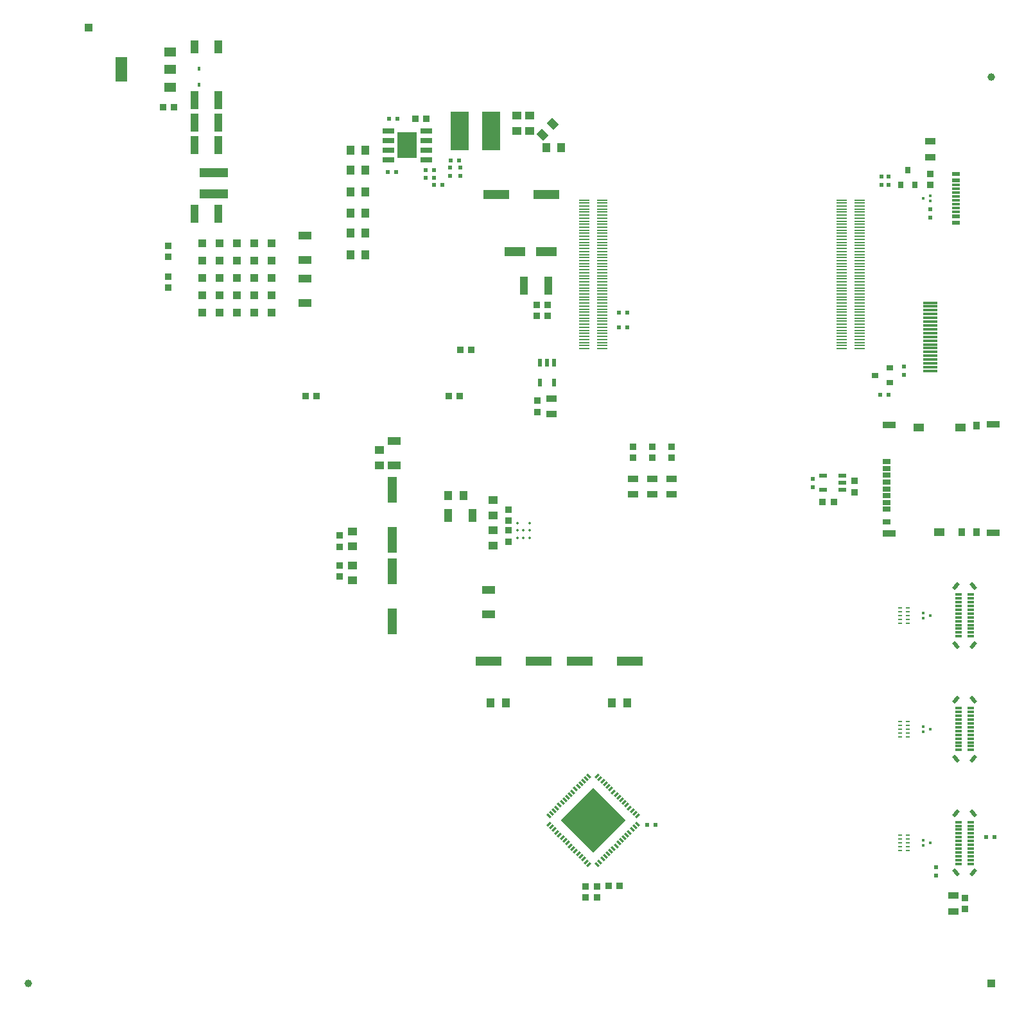
<source format=gbr>
%TF.GenerationSoftware,Altium Limited,Altium Designer,22.1.2 (22)*%
G04 Layer_Color=8421504*
%FSLAX26Y26*%
%MOIN*%
%TF.SameCoordinates,4DF63D30-2817-4CE9-9CB3-8786E99D956B*%
%TF.FilePolarity,Positive*%
%TF.FileFunction,Paste,Top*%
%TF.Part,Single*%
G01*
G75*
%TA.AperFunction,SMDPad,CuDef*%
%ADD10P,0.334066X4X270.0*%
%TA.AperFunction,ConnectorPad*%
%ADD11R,0.043307X0.011811*%
%ADD12R,0.043307X0.023622*%
%TA.AperFunction,SMDPad,CuDef*%
G04:AMPARAMS|DCode=13|XSize=19.685mil|YSize=40.551mil|CornerRadius=0mil|HoleSize=0mil|Usage=FLASHONLY|Rotation=140.000|XOffset=0mil|YOffset=0mil|HoleType=Round|Shape=Rectangle|*
%AMROTATEDRECTD13*
4,1,4,0.020573,0.009205,-0.005493,-0.021859,-0.020573,-0.009205,0.005493,0.021859,0.020573,0.009205,0.0*
%
%ADD13ROTATEDRECTD13*%

G04:AMPARAMS|DCode=14|XSize=19.685mil|YSize=40.551mil|CornerRadius=0mil|HoleSize=0mil|Usage=FLASHONLY|Rotation=40.000|XOffset=0mil|YOffset=0mil|HoleType=Round|Shape=Rectangle|*
%AMROTATEDRECTD14*
4,1,4,0.005493,-0.021859,-0.020573,0.009205,-0.005493,0.021859,0.020573,-0.009205,0.005493,-0.021859,0.0*
%
%ADD14ROTATEDRECTD14*%

%ADD15R,0.033465X0.011811*%
%TA.AperFunction,BGAPad,CuDef*%
%ADD16C,0.013780*%
%TA.AperFunction,SMDPad,CuDef*%
%ADD17R,0.092520X0.200787*%
%ADD18R,0.011811X0.011811*%
%ADD19R,0.043307X0.023622*%
%ADD20R,0.031496X0.035433*%
%ADD21R,0.062992X0.047244*%
%ADD22R,0.062992X0.129921*%
%ADD23R,0.018701X0.007874*%
%ADD24R,0.017716X0.023228*%
%ADD25R,0.102362X0.137795*%
%ADD26R,0.059055X0.031496*%
%TA.AperFunction,BGAPad,CuDef*%
%ADD27R,0.041732X0.041732*%
%TA.AperFunction,SMDPad,CuDef*%
%ADD28R,0.033465X0.035433*%
%ADD29R,0.023622X0.023622*%
G04:AMPARAMS|DCode=30|XSize=11.024mil|YSize=27.165mil|CornerRadius=0mil|HoleSize=0mil|Usage=FLASHONLY|Rotation=45.000|XOffset=0mil|YOffset=0mil|HoleType=Round|Shape=Rectangle|*
%AMROTATEDRECTD30*
4,1,4,0.005707,-0.013502,-0.013502,0.005707,-0.005707,0.013502,0.013502,-0.005707,0.005707,-0.013502,0.0*
%
%ADD30ROTATEDRECTD30*%

G04:AMPARAMS|DCode=31|XSize=11.024mil|YSize=27.165mil|CornerRadius=0mil|HoleSize=0mil|Usage=FLASHONLY|Rotation=315.000|XOffset=0mil|YOffset=0mil|HoleType=Round|Shape=Rectangle|*
%AMROTATEDRECTD31*
4,1,4,-0.013502,-0.005707,0.005707,0.013502,0.013502,0.005707,-0.005707,-0.013502,-0.013502,-0.005707,0.0*
%
%ADD31ROTATEDRECTD31*%

%ADD32R,0.145669X0.047244*%
%ADD33R,0.055118X0.035433*%
%ADD34R,0.074803X0.011811*%
%ADD35R,0.070866X0.039370*%
%ADD36R,0.133858X0.047244*%
%ADD37R,0.110236X0.047244*%
%ADD38R,0.056299X0.007874*%
%ADD39R,0.039370X0.049213*%
%ADD40R,0.035433X0.033465*%
%ADD41R,0.023622X0.023622*%
%ADD42R,0.055118X0.044488*%
%ADD43R,0.033465X0.039370*%
%ADD44R,0.066929X0.035433*%
%ADD45R,0.039370X0.025591*%
%ADD46R,0.047244X0.133858*%
%ADD47R,0.049213X0.039370*%
%ADD48R,0.043307X0.094488*%
%ADD49R,0.035433X0.031496*%
%ADD50R,0.023622X0.043307*%
%ADD51R,0.039370X0.070866*%
G04:AMPARAMS|DCode=52|XSize=39.37mil|YSize=49.213mil|CornerRadius=0mil|HoleSize=0mil|Usage=FLASHONLY|Rotation=45.000|XOffset=0mil|YOffset=0mil|HoleType=Round|Shape=Rectangle|*
%AMROTATEDRECTD52*
4,1,4,0.003480,-0.031319,-0.031319,0.003480,-0.003480,0.031319,0.031319,-0.003480,0.003480,-0.031319,0.0*
%
%ADD52ROTATEDRECTD52*%

%TA.AperFunction,FiducialPad,Global*%
%ADD53C,0.039370*%
%ADD54R,0.039370X0.039370*%
D10*
X3976378Y1889764D02*
D03*
D11*
X5860236Y5187008D02*
D03*
Y5167323D02*
D03*
Y5147638D02*
D03*
Y5127953D02*
D03*
Y5108268D02*
D03*
Y5088583D02*
D03*
Y5068898D02*
D03*
Y5049213D02*
D03*
D12*
Y4992126D02*
D03*
Y5023622D02*
D03*
Y5244095D02*
D03*
Y5212598D02*
D03*
D13*
X5950197Y2800000D02*
D03*
X5860827Y3105512D02*
D03*
X5950197Y1618898D02*
D03*
X5860827Y1924409D02*
D03*
X5950197Y2209449D02*
D03*
X5860827Y2514961D02*
D03*
D14*
Y2800000D02*
D03*
X5950197Y3105512D02*
D03*
X5860827Y1618898D02*
D03*
X5950197Y1924409D02*
D03*
X5860827Y2209449D02*
D03*
X5950197Y2514961D02*
D03*
D15*
X5938189Y2844488D02*
D03*
Y2864173D02*
D03*
Y2883858D02*
D03*
Y2903543D02*
D03*
Y2923228D02*
D03*
Y2942913D02*
D03*
Y2962598D02*
D03*
Y2982284D02*
D03*
Y3001968D02*
D03*
Y3021653D02*
D03*
Y3041339D02*
D03*
Y3061024D02*
D03*
X5872835D02*
D03*
Y3041339D02*
D03*
Y3021653D02*
D03*
Y3001968D02*
D03*
Y2982284D02*
D03*
Y2962598D02*
D03*
Y2942913D02*
D03*
Y2923228D02*
D03*
Y2903543D02*
D03*
Y2883858D02*
D03*
Y2864173D02*
D03*
Y2844488D02*
D03*
X5938189Y1663386D02*
D03*
Y1683071D02*
D03*
Y1702756D02*
D03*
Y1722441D02*
D03*
Y1742126D02*
D03*
Y1761811D02*
D03*
Y1781496D02*
D03*
Y1801181D02*
D03*
Y1820866D02*
D03*
Y1840551D02*
D03*
Y1860236D02*
D03*
Y1879921D02*
D03*
X5872835D02*
D03*
Y1860236D02*
D03*
Y1840551D02*
D03*
Y1820866D02*
D03*
Y1801181D02*
D03*
Y1781496D02*
D03*
Y1761811D02*
D03*
Y1742126D02*
D03*
Y1722441D02*
D03*
Y1702756D02*
D03*
Y1683071D02*
D03*
Y1663386D02*
D03*
X5938189Y2253937D02*
D03*
Y2273622D02*
D03*
Y2293307D02*
D03*
Y2312992D02*
D03*
Y2332677D02*
D03*
Y2352362D02*
D03*
Y2372047D02*
D03*
Y2391732D02*
D03*
Y2411417D02*
D03*
Y2431102D02*
D03*
Y2450787D02*
D03*
Y2470472D02*
D03*
X5872835D02*
D03*
Y2450787D02*
D03*
Y2431102D02*
D03*
Y2411417D02*
D03*
Y2391732D02*
D03*
Y2372047D02*
D03*
Y2352362D02*
D03*
Y2332677D02*
D03*
Y2312992D02*
D03*
Y2293307D02*
D03*
Y2273622D02*
D03*
Y2253937D02*
D03*
D16*
X3645669Y3433071D02*
D03*
Y3393701D02*
D03*
Y3354331D02*
D03*
X3582677Y3433071D02*
D03*
Y3393701D02*
D03*
Y3354331D02*
D03*
X3614173D02*
D03*
Y3393701D02*
D03*
D17*
X3447835Y5468504D02*
D03*
X3284449D02*
D03*
D18*
X5691929Y5118110D02*
D03*
X5725394Y5131890D02*
D03*
Y5104331D02*
D03*
Y1771653D02*
D03*
X5691929Y1757874D02*
D03*
Y1785433D02*
D03*
X5725394Y2362205D02*
D03*
X5691929Y2348425D02*
D03*
Y2375984D02*
D03*
X5725394Y2952756D02*
D03*
X5691929Y2938976D02*
D03*
Y2966535D02*
D03*
D19*
X5271654Y3604331D02*
D03*
X5169291Y3679134D02*
D03*
Y3604331D02*
D03*
X5271654Y3641732D02*
D03*
Y3679134D02*
D03*
D20*
X5610236Y5265748D02*
D03*
X5647638Y5187008D02*
D03*
X5572835D02*
D03*
D21*
X1779528Y5696850D02*
D03*
Y5787402D02*
D03*
Y5877953D02*
D03*
D22*
X1527559Y5787402D02*
D03*
D23*
X5571850Y2913386D02*
D03*
Y2933071D02*
D03*
Y2952756D02*
D03*
Y2972441D02*
D03*
Y2992126D02*
D03*
X5609252D02*
D03*
Y2972441D02*
D03*
Y2952756D02*
D03*
Y2933071D02*
D03*
Y2913386D02*
D03*
X5571850Y1732283D02*
D03*
Y1751968D02*
D03*
Y1771653D02*
D03*
Y1791339D02*
D03*
Y1811024D02*
D03*
X5609252D02*
D03*
Y1791339D02*
D03*
Y1771653D02*
D03*
Y1751968D02*
D03*
Y1732283D02*
D03*
X5571850Y2322835D02*
D03*
Y2342520D02*
D03*
Y2362205D02*
D03*
Y2381890D02*
D03*
Y2401575D02*
D03*
X5609252D02*
D03*
Y2381890D02*
D03*
Y2362205D02*
D03*
Y2342520D02*
D03*
Y2322835D02*
D03*
D24*
X1929134Y5793307D02*
D03*
Y5708661D02*
D03*
D25*
X3011811Y5393701D02*
D03*
D26*
X2913386Y5468701D02*
D03*
Y5418701D02*
D03*
Y5318701D02*
D03*
Y5368701D02*
D03*
X3110236D02*
D03*
Y5318701D02*
D03*
Y5418701D02*
D03*
Y5468701D02*
D03*
D27*
X2216142Y4885039D02*
D03*
X2306299D02*
D03*
X1945669D02*
D03*
X2035827D02*
D03*
X2125984D02*
D03*
X2216142Y4794882D02*
D03*
X2306299D02*
D03*
X1945669D02*
D03*
X2035827D02*
D03*
X2125984D02*
D03*
X2216142Y4704724D02*
D03*
X2306299D02*
D03*
X1945669D02*
D03*
X2035827D02*
D03*
X2125984D02*
D03*
Y4614567D02*
D03*
X2035827D02*
D03*
X1945669D02*
D03*
X2306299D02*
D03*
X2216142D02*
D03*
X2125984Y4524409D02*
D03*
X2035827D02*
D03*
X1945669D02*
D03*
X2306299D02*
D03*
X2216142D02*
D03*
D28*
X4115158Y1547244D02*
D03*
X4058071D02*
D03*
X3739173Y4566929D02*
D03*
X3682087D02*
D03*
X3739173Y4507874D02*
D03*
X3682087D02*
D03*
X3343504Y4330709D02*
D03*
X3286417D02*
D03*
X2483268Y4090551D02*
D03*
X2540354D02*
D03*
X3227362D02*
D03*
X3284449D02*
D03*
X1800197Y5590551D02*
D03*
X1743110D02*
D03*
X5168307Y3543307D02*
D03*
X5225394D02*
D03*
X3111220Y5531496D02*
D03*
X3054134D02*
D03*
D29*
X4257874Y1866142D02*
D03*
X4301181D02*
D03*
X5511024Y4100000D02*
D03*
X5467717D02*
D03*
X4110827Y4525000D02*
D03*
X4154134D02*
D03*
X4110827Y4450000D02*
D03*
X4154134D02*
D03*
X2958661Y5531496D02*
D03*
X2915354D02*
D03*
X6061024Y1803150D02*
D03*
X6017717D02*
D03*
X3194882Y5188976D02*
D03*
X3151575D02*
D03*
X2911417Y5255905D02*
D03*
X2954724D02*
D03*
X3151575Y5263779D02*
D03*
X3108268D02*
D03*
X3238189Y5314961D02*
D03*
X3281496D02*
D03*
X3108268Y5224409D02*
D03*
X3151575D02*
D03*
D30*
X4206744Y1868189D02*
D03*
X4192825Y1854269D02*
D03*
X4178906Y1840350D02*
D03*
X4164986Y1826430D02*
D03*
X4151067Y1812511D02*
D03*
X4137147Y1798592D02*
D03*
X4123228Y1784672D02*
D03*
X4109309Y1770753D02*
D03*
X3997953Y1659397D02*
D03*
X4011872Y1673317D02*
D03*
X4025792Y1687236D02*
D03*
X4039711Y1701156D02*
D03*
X4053631Y1715075D02*
D03*
X4067550Y1728994D02*
D03*
X4081470Y1742914D02*
D03*
X4095389Y1756833D02*
D03*
X3746012Y1911339D02*
D03*
X3759931Y1925258D02*
D03*
X3773850Y1939178D02*
D03*
X3787770Y1953097D02*
D03*
X3801689Y1967017D02*
D03*
X3815609Y1980936D02*
D03*
X3829528Y1994855D02*
D03*
X3843448Y2008775D02*
D03*
X3954803Y2120130D02*
D03*
X3940883Y2106211D02*
D03*
X3926964Y2092291D02*
D03*
X3913045Y2078372D02*
D03*
X3899125Y2064453D02*
D03*
X3885206Y2050533D02*
D03*
X3871286Y2036614D02*
D03*
X3857367Y2022694D02*
D03*
D31*
X3954803Y1659397D02*
D03*
X3940883Y1673317D02*
D03*
X3926964Y1687236D02*
D03*
X3913045Y1701156D02*
D03*
X3899125Y1715075D02*
D03*
X3885206Y1728994D02*
D03*
X3871286Y1742914D02*
D03*
X3857367Y1756833D02*
D03*
X3746012Y1868189D02*
D03*
X3759931Y1854269D02*
D03*
X3773850Y1840350D02*
D03*
X3787770Y1826430D02*
D03*
X3801689Y1812511D02*
D03*
X3815609Y1798592D02*
D03*
X3829528Y1784672D02*
D03*
X3843448Y1770753D02*
D03*
X3997953Y2120130D02*
D03*
X4011872Y2106211D02*
D03*
X4025792Y2092291D02*
D03*
X4039711Y2078372D02*
D03*
X4053631Y2064453D02*
D03*
X4067550Y2050533D02*
D03*
X4081470Y2036614D02*
D03*
X4095389Y2022694D02*
D03*
X4206744Y1911339D02*
D03*
X4192825Y1925258D02*
D03*
X4178906Y1939178D02*
D03*
X4164986Y1953097D02*
D03*
X4151067Y1967017D02*
D03*
X4137147Y1980936D02*
D03*
X4123228Y1994855D02*
D03*
X4109309Y2008775D02*
D03*
D32*
X2007874Y5251968D02*
D03*
Y5141732D02*
D03*
D33*
X5728346Y5415354D02*
D03*
Y5332677D02*
D03*
X4182480Y3580709D02*
D03*
Y3663386D02*
D03*
X3761220Y4080118D02*
D03*
Y3997441D02*
D03*
X4282480Y3580709D02*
D03*
Y3663386D02*
D03*
X4382480Y3580709D02*
D03*
Y3663386D02*
D03*
X5846457Y1498032D02*
D03*
Y1415354D02*
D03*
D34*
X5728346Y4379921D02*
D03*
Y4360236D02*
D03*
Y4340551D02*
D03*
Y4301181D02*
D03*
Y4261811D02*
D03*
Y4320866D02*
D03*
Y4281496D02*
D03*
Y4242126D02*
D03*
Y4222441D02*
D03*
Y4399606D02*
D03*
Y4419291D02*
D03*
Y4438976D02*
D03*
Y4478346D02*
D03*
Y4517717D02*
D03*
Y4458661D02*
D03*
Y4498032D02*
D03*
Y4537402D02*
D03*
Y4557087D02*
D03*
Y4576772D02*
D03*
D35*
X3435039Y2958661D02*
D03*
Y3084646D02*
D03*
X2480315Y4799213D02*
D03*
Y4925197D02*
D03*
X2944882Y3858268D02*
D03*
Y3732284D02*
D03*
X2480315Y4700787D02*
D03*
Y4574803D02*
D03*
D36*
X3472441Y5137795D02*
D03*
X3732284D02*
D03*
X3905512Y2716535D02*
D03*
X4165354D02*
D03*
X3692913D02*
D03*
X3433071D02*
D03*
D37*
X3568898Y4842520D02*
D03*
X3734252D02*
D03*
D38*
X5361811Y4732283D02*
D03*
Y4748032D02*
D03*
Y4763780D02*
D03*
Y4779528D02*
D03*
Y4795276D02*
D03*
Y4811024D02*
D03*
Y4826772D02*
D03*
Y4842520D02*
D03*
Y4858268D02*
D03*
Y4874016D02*
D03*
Y4889764D02*
D03*
Y4905512D02*
D03*
Y4921260D02*
D03*
Y4937008D02*
D03*
Y4952756D02*
D03*
Y4968504D02*
D03*
Y4984252D02*
D03*
Y5000000D02*
D03*
Y5015748D02*
D03*
Y5031496D02*
D03*
Y5047244D02*
D03*
Y5062992D02*
D03*
Y5078740D02*
D03*
Y5094488D02*
D03*
Y5110236D02*
D03*
Y4338583D02*
D03*
Y4354331D02*
D03*
Y4370079D02*
D03*
Y4385827D02*
D03*
Y4401575D02*
D03*
Y4417323D02*
D03*
Y4433071D02*
D03*
Y4448819D02*
D03*
Y4464567D02*
D03*
Y4480315D02*
D03*
Y4496063D02*
D03*
Y4511811D02*
D03*
Y4527559D02*
D03*
Y4543307D02*
D03*
Y4559055D02*
D03*
Y4574803D02*
D03*
Y4590551D02*
D03*
Y4606299D02*
D03*
Y4622047D02*
D03*
Y4637795D02*
D03*
Y4653543D02*
D03*
Y4669291D02*
D03*
Y4685039D02*
D03*
Y4700788D02*
D03*
Y4716535D02*
D03*
X5268110Y4732283D02*
D03*
Y4748032D02*
D03*
Y4763780D02*
D03*
Y4779528D02*
D03*
Y4795276D02*
D03*
Y4811024D02*
D03*
Y4826772D02*
D03*
Y4842520D02*
D03*
Y4858268D02*
D03*
Y4874016D02*
D03*
Y4889764D02*
D03*
Y4905512D02*
D03*
Y4921260D02*
D03*
Y4937008D02*
D03*
Y4952756D02*
D03*
Y4968504D02*
D03*
Y4984252D02*
D03*
Y5000000D02*
D03*
Y5015748D02*
D03*
Y5031496D02*
D03*
Y5047244D02*
D03*
Y5062992D02*
D03*
Y5078740D02*
D03*
Y5094488D02*
D03*
Y5110236D02*
D03*
Y4338583D02*
D03*
Y4354331D02*
D03*
Y4370079D02*
D03*
Y4385827D02*
D03*
Y4401575D02*
D03*
Y4417323D02*
D03*
Y4433071D02*
D03*
Y4448819D02*
D03*
Y4464567D02*
D03*
Y4480315D02*
D03*
Y4496063D02*
D03*
Y4511811D02*
D03*
Y4527559D02*
D03*
Y4543307D02*
D03*
Y4559055D02*
D03*
Y4574803D02*
D03*
Y4590551D02*
D03*
Y4606299D02*
D03*
Y4622047D02*
D03*
Y4637795D02*
D03*
Y4653543D02*
D03*
Y4669291D02*
D03*
Y4685039D02*
D03*
Y4700788D02*
D03*
Y4716535D02*
D03*
X4023228Y4732283D02*
D03*
Y4748032D02*
D03*
Y4763780D02*
D03*
Y4779528D02*
D03*
Y4795276D02*
D03*
Y4811024D02*
D03*
Y4826772D02*
D03*
Y4842520D02*
D03*
Y4858268D02*
D03*
Y4874016D02*
D03*
Y4889764D02*
D03*
Y4905512D02*
D03*
Y4921260D02*
D03*
Y4937008D02*
D03*
Y4952756D02*
D03*
Y4968504D02*
D03*
Y4984252D02*
D03*
Y5000000D02*
D03*
Y5015748D02*
D03*
Y5031496D02*
D03*
Y5047244D02*
D03*
Y5062992D02*
D03*
Y5078740D02*
D03*
Y5094488D02*
D03*
Y5110236D02*
D03*
Y4338583D02*
D03*
Y4354331D02*
D03*
Y4370079D02*
D03*
Y4385827D02*
D03*
Y4401575D02*
D03*
Y4417323D02*
D03*
Y4433071D02*
D03*
Y4448819D02*
D03*
Y4464567D02*
D03*
Y4480315D02*
D03*
Y4496063D02*
D03*
Y4511811D02*
D03*
Y4527559D02*
D03*
Y4543307D02*
D03*
Y4559055D02*
D03*
Y4574803D02*
D03*
Y4590551D02*
D03*
Y4606299D02*
D03*
Y4622047D02*
D03*
Y4637795D02*
D03*
Y4653543D02*
D03*
Y4669291D02*
D03*
Y4685039D02*
D03*
Y4700788D02*
D03*
Y4716535D02*
D03*
X3929528Y4732283D02*
D03*
Y4748032D02*
D03*
Y4763780D02*
D03*
Y4779528D02*
D03*
Y4795276D02*
D03*
Y4811024D02*
D03*
Y4826772D02*
D03*
Y4842520D02*
D03*
Y4858268D02*
D03*
Y4874016D02*
D03*
Y4889764D02*
D03*
Y4905512D02*
D03*
Y4921260D02*
D03*
Y4937008D02*
D03*
Y4952756D02*
D03*
Y4968504D02*
D03*
Y4984252D02*
D03*
Y5000000D02*
D03*
Y5015748D02*
D03*
Y5031496D02*
D03*
Y5047244D02*
D03*
Y5062992D02*
D03*
Y5078740D02*
D03*
Y5094488D02*
D03*
Y5110236D02*
D03*
Y4338583D02*
D03*
Y4354331D02*
D03*
Y4370079D02*
D03*
Y4385827D02*
D03*
Y4401575D02*
D03*
Y4417323D02*
D03*
Y4433071D02*
D03*
Y4448819D02*
D03*
Y4464567D02*
D03*
Y4480315D02*
D03*
Y4496063D02*
D03*
Y4511811D02*
D03*
Y4527559D02*
D03*
Y4543307D02*
D03*
Y4559055D02*
D03*
Y4574803D02*
D03*
Y4590551D02*
D03*
Y4606299D02*
D03*
Y4622047D02*
D03*
Y4637795D02*
D03*
Y4653543D02*
D03*
Y4669291D02*
D03*
Y4685039D02*
D03*
Y4700788D02*
D03*
Y4716535D02*
D03*
D39*
X2795276Y5370065D02*
D03*
X2716535D02*
D03*
X4153543Y2500000D02*
D03*
X4074803D02*
D03*
X3444882D02*
D03*
X3523622D02*
D03*
X3224409Y3574803D02*
D03*
X3303150D02*
D03*
X3732283Y5381890D02*
D03*
X3811024D02*
D03*
X2795276Y4826759D02*
D03*
X2716535D02*
D03*
X2795276Y4936995D02*
D03*
X2716535D02*
D03*
X2795276Y5043294D02*
D03*
X2716535D02*
D03*
X2795276Y5153530D02*
D03*
X2716535D02*
D03*
X2795276Y5263766D02*
D03*
X2716535D02*
D03*
D40*
X5334646Y3593504D02*
D03*
Y3650590D02*
D03*
X2661417Y3310039D02*
D03*
Y3367126D02*
D03*
Y3213583D02*
D03*
Y3156496D02*
D03*
X4182480Y3827756D02*
D03*
Y3770669D02*
D03*
X3686220Y4010236D02*
D03*
Y4067323D02*
D03*
X4282480Y3770669D02*
D03*
Y3827756D02*
D03*
X4382480Y3770669D02*
D03*
Y3827756D02*
D03*
X3535433Y3393701D02*
D03*
Y3336614D02*
D03*
Y3443898D02*
D03*
Y3500984D02*
D03*
X1771653Y4871063D02*
D03*
Y4813976D02*
D03*
Y4713583D02*
D03*
Y4656496D02*
D03*
X5905512Y1428150D02*
D03*
Y1485236D02*
D03*
X5728346Y5245079D02*
D03*
Y5187992D02*
D03*
X3996063Y1487205D02*
D03*
Y1544291D02*
D03*
X3937008D02*
D03*
Y1487205D02*
D03*
D41*
X3287402Y5277559D02*
D03*
Y5234252D02*
D03*
X5589370Y4246654D02*
D03*
Y4203346D02*
D03*
X5118110Y3663386D02*
D03*
Y3620079D02*
D03*
X5755905Y1600394D02*
D03*
Y1643701D02*
D03*
X5728346Y5061024D02*
D03*
Y5017717D02*
D03*
X3232284Y5277559D02*
D03*
Y5234252D02*
D03*
X5472441Y5230315D02*
D03*
Y5187008D02*
D03*
X5511811D02*
D03*
Y5230315D02*
D03*
D42*
X5882874Y3927165D02*
D03*
X5668307D02*
D03*
X5774606Y3383858D02*
D03*
D43*
X5890748Y3385827D02*
D03*
X5966732D02*
D03*
Y3937008D02*
D03*
D44*
X6054492Y3944016D02*
D03*
X6054134Y3381009D02*
D03*
X5514764Y3942913D02*
D03*
Y3379921D02*
D03*
D45*
X5500000Y3503937D02*
D03*
Y3751968D02*
D03*
Y3716535D02*
D03*
Y3681102D02*
D03*
Y3645669D02*
D03*
Y3610236D02*
D03*
Y3574803D02*
D03*
Y3539370D02*
D03*
Y3440157D02*
D03*
D46*
X2933661Y3606102D02*
D03*
Y3346260D02*
D03*
Y2921260D02*
D03*
Y3181102D02*
D03*
D47*
X2728346Y3311023D02*
D03*
Y3389764D02*
D03*
X2728347Y3212598D02*
D03*
Y3133858D02*
D03*
X2866142Y3732283D02*
D03*
Y3811024D02*
D03*
X3456693Y3393701D02*
D03*
Y3314961D02*
D03*
Y3472441D02*
D03*
Y3551181D02*
D03*
X3578740Y5468504D02*
D03*
Y5547244D02*
D03*
X3645669Y5468504D02*
D03*
Y5547244D02*
D03*
D48*
X3744095Y4665354D02*
D03*
X3618110D02*
D03*
X2031496Y5629921D02*
D03*
X1905512D02*
D03*
X2031496Y5511811D02*
D03*
X1905512D02*
D03*
X2031496Y5393701D02*
D03*
X1905512D02*
D03*
X2031496Y5039370D02*
D03*
X1905512D02*
D03*
D49*
X5439370Y4200000D02*
D03*
X5518110Y4237402D02*
D03*
Y4162598D02*
D03*
D50*
X3773622Y4264961D02*
D03*
X3698819Y4162598D02*
D03*
X3773622D02*
D03*
X3736220Y4264961D02*
D03*
X3698819D02*
D03*
D51*
X2031496Y5905512D02*
D03*
X1905512D02*
D03*
X3350394Y3472441D02*
D03*
X3224410D02*
D03*
D52*
X3712319Y5448539D02*
D03*
X3767996Y5504217D02*
D03*
D53*
X1043307Y1043307D02*
D03*
X6043307Y5748032D02*
D03*
D54*
Y1043307D02*
D03*
X1358268Y6003937D02*
D03*
%TF.MD5,8ce9a6b00605e3df352c7bfe51017a14*%
M02*

</source>
